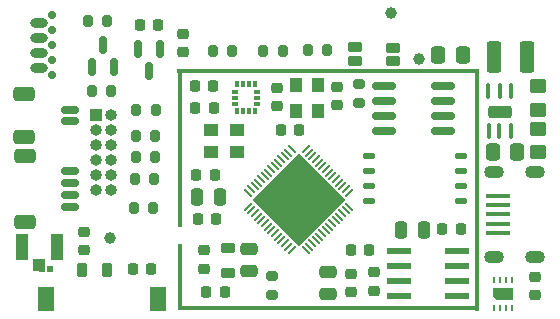
<source format=gbr>
%TF.GenerationSoftware,KiCad,Pcbnew,(6.0.9)*%
%TF.CreationDate,2022-11-24T16:49:12+01:00*%
%TF.ProjectId,LDAD ATOM PRO,4c444144-2041-4544-9f4d-2050524f2e6b,5.3*%
%TF.SameCoordinates,Original*%
%TF.FileFunction,Soldermask,Top*%
%TF.FilePolarity,Negative*%
%FSLAX46Y46*%
G04 Gerber Fmt 4.6, Leading zero omitted, Abs format (unit mm)*
G04 Created by KiCad (PCBNEW (6.0.9)) date 2022-11-24 16:49:12*
%MOMM*%
%LPD*%
G01*
G04 APERTURE LIST*
G04 Aperture macros list*
%AMRoundRect*
0 Rectangle with rounded corners*
0 $1 Rounding radius*
0 $2 $3 $4 $5 $6 $7 $8 $9 X,Y pos of 4 corners*
0 Add a 4 corners polygon primitive as box body*
4,1,4,$2,$3,$4,$5,$6,$7,$8,$9,$2,$3,0*
0 Add four circle primitives for the rounded corners*
1,1,$1+$1,$2,$3*
1,1,$1+$1,$4,$5*
1,1,$1+$1,$6,$7*
1,1,$1+$1,$8,$9*
0 Add four rect primitives between the rounded corners*
20,1,$1+$1,$2,$3,$4,$5,0*
20,1,$1+$1,$4,$5,$6,$7,0*
20,1,$1+$1,$6,$7,$8,$9,0*
20,1,$1+$1,$8,$9,$2,$3,0*%
%AMRotRect*
0 Rectangle, with rotation*
0 The origin of the aperture is its center*
0 $1 length*
0 $2 width*
0 $3 Rotation angle, in degrees counterclockwise*
0 Add horizontal line*
21,1,$1,$2,0,0,$3*%
%AMFreePoly0*
4,1,6,0.500000,-0.850000,-0.500000,-0.850000,-0.500000,0.550000,-0.200000,0.850000,0.500000,0.850000,0.500000,-0.850000,0.500000,-0.850000,$1*%
G04 Aperture macros list end*
%ADD10RoundRect,0.225000X-0.250000X0.225000X-0.250000X-0.225000X0.250000X-0.225000X0.250000X0.225000X0*%
%ADD11RoundRect,0.250000X0.475000X-0.250000X0.475000X0.250000X-0.475000X0.250000X-0.475000X-0.250000X0*%
%ADD12RoundRect,0.250000X-0.450000X0.350000X-0.450000X-0.350000X0.450000X-0.350000X0.450000X0.350000X0*%
%ADD13RoundRect,0.250000X-0.250000X-0.475000X0.250000X-0.475000X0.250000X0.475000X-0.250000X0.475000X0*%
%ADD14RoundRect,0.200000X-0.200000X-0.275000X0.200000X-0.275000X0.200000X0.275000X-0.200000X0.275000X0*%
%ADD15R,1.300000X1.000000*%
%ADD16RoundRect,0.225000X0.225000X0.250000X-0.225000X0.250000X-0.225000X-0.250000X0.225000X-0.250000X0*%
%ADD17R,1.000000X1.000000*%
%ADD18O,1.000000X1.000000*%
%ADD19RoundRect,0.050000X-0.238649X-0.309359X0.309359X0.238649X0.238649X0.309359X-0.309359X-0.238649X0*%
%ADD20RoundRect,0.050000X0.238649X-0.309359X0.309359X-0.238649X-0.238649X0.309359X-0.309359X0.238649X0*%
%ADD21RotRect,5.600000X5.600000X45.000000*%
%ADD22RoundRect,0.200000X0.275000X-0.200000X0.275000X0.200000X-0.275000X0.200000X-0.275000X-0.200000X0*%
%ADD23RoundRect,0.200000X0.200000X0.275000X-0.200000X0.275000X-0.200000X-0.275000X0.200000X-0.275000X0*%
%ADD24RoundRect,0.225000X-0.225000X-0.250000X0.225000X-0.250000X0.225000X0.250000X-0.225000X0.250000X0*%
%ADD25R,2.000000X0.400000*%
%ADD26O,1.700000X1.100000*%
%ADD27RoundRect,0.225000X0.250000X-0.225000X0.250000X0.225000X-0.250000X0.225000X-0.250000X-0.225000X0*%
%ADD28R,0.250000X0.550000*%
%ADD29FreePoly0,90.000000*%
%ADD30R,1.100000X2.250000*%
%ADD31R,1.050000X1.100000*%
%ADD32RoundRect,0.250000X0.337500X0.475000X-0.337500X0.475000X-0.337500X-0.475000X0.337500X-0.475000X0*%
%ADD33C,1.000000*%
%ADD34RoundRect,0.250000X-0.375000X-1.075000X0.375000X-1.075000X0.375000X1.075000X-0.375000X1.075000X0*%
%ADD35RoundRect,0.150000X-0.825000X-0.150000X0.825000X-0.150000X0.825000X0.150000X-0.825000X0.150000X0*%
%ADD36R,1.400000X2.100000*%
%ADD37RoundRect,0.150000X-0.150000X0.587500X-0.150000X-0.587500X0.150000X-0.587500X0.150000X0.587500X0*%
%ADD38RoundRect,0.150000X0.150000X-0.587500X0.150000X0.587500X-0.150000X0.587500X-0.150000X-0.587500X0*%
%ADD39RoundRect,0.218750X0.381250X-0.218750X0.381250X0.218750X-0.381250X0.218750X-0.381250X-0.218750X0*%
%ADD40RoundRect,0.124800X-0.475200X-0.275200X0.475200X-0.275200X0.475200X0.275200X-0.475200X0.275200X0*%
%ADD41R,25.500000X0.400000*%
%ADD42R,0.400000X20.500000*%
%ADD43RoundRect,0.100000X-0.100000X-0.550000X0.100000X-0.550000X0.100000X0.550000X-0.100000X0.550000X0*%
%ADD44RoundRect,0.262500X0.737500X0.262500X-0.737500X0.262500X-0.737500X-0.262500X0.737500X-0.262500X0*%
%ADD45RoundRect,0.100000X0.100000X0.550000X-0.100000X0.550000X-0.100000X-0.550000X0.100000X-0.550000X0*%
%ADD46RoundRect,0.150000X-0.625000X0.150000X-0.625000X-0.150000X0.625000X-0.150000X0.625000X0.150000X0*%
%ADD47RoundRect,0.250000X-0.650000X0.350000X-0.650000X-0.350000X0.650000X-0.350000X0.650000X0.350000X0*%
%ADD48RoundRect,0.066000X-0.404000X-0.154000X0.404000X-0.154000X0.404000X0.154000X-0.404000X0.154000X0*%
%ADD49RoundRect,0.218750X-0.218750X-0.381250X0.218750X-0.381250X0.218750X0.381250X-0.218750X0.381250X0*%
%ADD50R,0.400000X5.700000*%
%ADD51R,0.500000X0.500000*%
%ADD52R,25.400000X0.400000*%
%ADD53R,0.400000X13.300000*%
%ADD54RoundRect,0.041300X0.948700X0.253700X-0.948700X0.253700X-0.948700X-0.253700X0.948700X-0.253700X0*%
%ADD55R,0.350000X0.580000*%
%ADD56R,0.580000X0.350000*%
%ADD57R,1.000000X1.300000*%
%ADD58C,0.700000*%
%ADD59O,1.500000X0.800000*%
G04 APERTURE END LIST*
D10*
%TO.C,EC20*%
X132490000Y-103765000D03*
X132490000Y-105315000D03*
%TD*%
D11*
%TO.C,EC18*%
X142960000Y-107490000D03*
X142960000Y-105590000D03*
%TD*%
D10*
%TO.C,AUC1*%
X146860000Y-105625000D03*
X146860000Y-107175000D03*
%TD*%
D12*
%TO.C,AR1*%
X160690000Y-89850000D03*
X160690000Y-91850000D03*
%TD*%
D13*
%TO.C,EC25*%
X149140000Y-102010000D03*
X151040000Y-102010000D03*
%TD*%
D14*
%TO.C,LR1*%
X141215000Y-86810000D03*
X142865000Y-86810000D03*
%TD*%
D15*
%TO.C,ECY3*%
X133020000Y-95412500D03*
X135220000Y-95412500D03*
X135220000Y-93612500D03*
X133020000Y-93612500D03*
%TD*%
D16*
%TO.C,EC60*%
X133255000Y-91730000D03*
X131705000Y-91730000D03*
%TD*%
%TO.C,EC61*%
X133355000Y-97350000D03*
X131805000Y-97350000D03*
%TD*%
D17*
%TO.C,J1*%
X123305000Y-92325000D03*
D18*
X124575000Y-92325000D03*
X123305000Y-93595000D03*
X124575000Y-93595000D03*
X123305000Y-94865000D03*
X124575000Y-94865000D03*
X123305000Y-96135000D03*
X124575000Y-96135000D03*
X123305000Y-97405000D03*
X124575000Y-97405000D03*
X123305000Y-98675000D03*
X124575000Y-98675000D03*
%TD*%
D19*
%TO.C,ESP32S3*%
X136180894Y-100062202D03*
X136463737Y-100345045D03*
X136746579Y-100627887D03*
X137029422Y-100910730D03*
X137312265Y-101193573D03*
X137595107Y-101476415D03*
X137877950Y-101759258D03*
X138160793Y-102042101D03*
X138443636Y-102324944D03*
X138726478Y-102607786D03*
X139009321Y-102890629D03*
X139292164Y-103173472D03*
X139575006Y-103456314D03*
X139857849Y-103739157D03*
D20*
X141042253Y-103739157D03*
X141325096Y-103456314D03*
X141607938Y-103173472D03*
X141890781Y-102890629D03*
X142173624Y-102607786D03*
X142456466Y-102324944D03*
X142739309Y-102042101D03*
X143022152Y-101759258D03*
X143304995Y-101476415D03*
X143587837Y-101193573D03*
X143870680Y-100910730D03*
X144153523Y-100627887D03*
X144436365Y-100345045D03*
X144719208Y-100062202D03*
D19*
X144719208Y-98877798D03*
X144436365Y-98594955D03*
X144153523Y-98312113D03*
X143870680Y-98029270D03*
X143587837Y-97746427D03*
X143304995Y-97463585D03*
X143022152Y-97180742D03*
X142739309Y-96897899D03*
X142456466Y-96615056D03*
X142173624Y-96332214D03*
X141890781Y-96049371D03*
X141607938Y-95766528D03*
X141325096Y-95483686D03*
X141042253Y-95200843D03*
D20*
X139857849Y-95200843D03*
X139575006Y-95483686D03*
X139292164Y-95766528D03*
X139009321Y-96049371D03*
X138726478Y-96332214D03*
X138443636Y-96615056D03*
X138160793Y-96897899D03*
X137877950Y-97180742D03*
X137595107Y-97463585D03*
X137312265Y-97746427D03*
X137029422Y-98029270D03*
X136746579Y-98312113D03*
X136463737Y-98594955D03*
X136180894Y-98877798D03*
D21*
X140450051Y-99470000D03*
%TD*%
D22*
%TO.C,ER1*%
X138220000Y-107567500D03*
X138220000Y-105917500D03*
%TD*%
D23*
%TO.C,ER3*%
X124575000Y-90310000D03*
X122925000Y-90310000D03*
%TD*%
D24*
%TO.C,EC38*%
X126415000Y-105320000D03*
X127965000Y-105320000D03*
%TD*%
D25*
%TO.C,J2*%
X157325000Y-102330000D03*
X157325000Y-101530000D03*
X157330000Y-100725000D03*
X157320000Y-99935000D03*
X157330000Y-99155000D03*
D26*
X156990000Y-97160000D03*
X160470000Y-97140000D03*
X160470000Y-104360000D03*
X157000000Y-104350000D03*
%TD*%
D27*
%TO.C,SHC1*%
X160450000Y-107535000D03*
X160450000Y-105985000D03*
%TD*%
D22*
%TO.C,PSR1*%
X145530000Y-91312500D03*
X145530000Y-89662500D03*
%TD*%
D28*
%TO.C,SH1*%
X157010000Y-108635000D03*
X157510000Y-108635000D03*
X158010000Y-108635000D03*
X158510000Y-108635000D03*
X158510000Y-106285000D03*
X158010000Y-106285000D03*
X157510000Y-106285000D03*
X157010000Y-106285000D03*
D29*
X157760000Y-107460000D03*
%TD*%
D30*
%TO.C,J20*%
X117020000Y-103460000D03*
X119970000Y-103460000D03*
D31*
X118495000Y-105010000D03*
%TD*%
D24*
%TO.C,EC26*%
X144875000Y-103770000D03*
X146425000Y-103770000D03*
%TD*%
D32*
%TO.C,AC1*%
X154357500Y-87190000D03*
X152282500Y-87190000D03*
%TD*%
D10*
%TO.C,MCPC2*%
X130640000Y-85455000D03*
X130640000Y-87005000D03*
%TD*%
D11*
%TO.C,EC40*%
X136280000Y-105520000D03*
X136280000Y-103620000D03*
%TD*%
D33*
%TO.C,TP2*%
X150660000Y-87530000D03*
%TD*%
D27*
%TO.C,EC17*%
X144870000Y-107295000D03*
X144870000Y-105745000D03*
%TD*%
D34*
%TO.C,AL1*%
X157020000Y-87400000D03*
X159820000Y-87400000D03*
%TD*%
D35*
%TO.C,EPS1*%
X147715000Y-89825000D03*
X147715000Y-91095000D03*
X147715000Y-92365000D03*
X147715000Y-93635000D03*
X152665000Y-93635000D03*
X152665000Y-92365000D03*
X152665000Y-91095000D03*
X152665000Y-89825000D03*
%TD*%
D14*
%TO.C,ICR1*%
X133175000Y-86890000D03*
X134825000Y-86890000D03*
%TD*%
D36*
%TO.C,ANT1*%
X119040000Y-107880000D03*
X128540000Y-107880000D03*
%TD*%
D24*
%TO.C,EC16*%
X138975000Y-93570000D03*
X140525000Y-93570000D03*
%TD*%
%TO.C,IMUC1*%
X131685000Y-89870000D03*
X133235000Y-89870000D03*
%TD*%
D37*
%TO.C,U1*%
X128730000Y-86722500D03*
X126830000Y-86722500D03*
X127780000Y-88597500D03*
%TD*%
D38*
%TO.C,Q5*%
X122970000Y-88217500D03*
X124870000Y-88217500D03*
X123920000Y-86342500D03*
%TD*%
D27*
%TO.C,EC51*%
X143720000Y-91475000D03*
X143720000Y-89925000D03*
%TD*%
D24*
%TO.C,EC15*%
X131925000Y-101070000D03*
X133475000Y-101070000D03*
%TD*%
D33*
%TO.C,TP3*%
X124450000Y-102705000D03*
%TD*%
D14*
%TO.C,IDR1*%
X137455000Y-86900000D03*
X139105000Y-86900000D03*
%TD*%
%TO.C,QR1*%
X122625000Y-84360000D03*
X124275000Y-84360000D03*
%TD*%
D39*
%TO.C,L2*%
X134480000Y-105672500D03*
X134480000Y-103547500D03*
%TD*%
D32*
%TO.C,AC2*%
X158987500Y-95470000D03*
X156912500Y-95470000D03*
%TD*%
D40*
%TO.C,LED1*%
X145230000Y-87700000D03*
X148410000Y-87710000D03*
X145230000Y-86560000D03*
X148420000Y-86590000D03*
%TD*%
D16*
%TO.C,EC19*%
X134205000Y-107260000D03*
X132655000Y-107260000D03*
%TD*%
D41*
%TO.C,*%
X142930000Y-108670000D03*
%TD*%
D13*
%TO.C,EC14*%
X131880000Y-99220000D03*
X133780000Y-99220000D03*
%TD*%
D42*
%TO.C,REF\u002A\u002A*%
X155530000Y-98650000D03*
%TD*%
D43*
%TO.C,AU1*%
X158440000Y-90290000D03*
X157500000Y-90295000D03*
D44*
X157475000Y-92010000D03*
D43*
X156515000Y-90295000D03*
D45*
X156545000Y-93685000D03*
X157460000Y-93680000D03*
X158420000Y-93680000D03*
%TD*%
D46*
%TO.C,I2C2*%
X121140000Y-97050000D03*
X121140000Y-98050000D03*
X121140000Y-99050000D03*
X121140000Y-100050000D03*
D47*
X117265000Y-101350000D03*
X117265000Y-95750000D03*
%TD*%
D23*
%TO.C,EXP_R3*%
X128255000Y-97680000D03*
X126605000Y-97680000D03*
%TD*%
D27*
%TO.C,EC50*%
X138620000Y-91575000D03*
X138620000Y-90025000D03*
%TD*%
D48*
%TO.C,ESP_FLASH1*%
X146395000Y-95755000D03*
X146395000Y-97025000D03*
X146395000Y-98295000D03*
X146395000Y-99565000D03*
X154185000Y-99565000D03*
X154185000Y-98295000D03*
X154185000Y-97025000D03*
X154185000Y-95755000D03*
%TD*%
D23*
%TO.C,EXP_R4*%
X128145000Y-100180000D03*
X126495000Y-100180000D03*
%TD*%
D27*
%TO.C,EC37*%
X122320000Y-103735000D03*
X122320000Y-102185000D03*
%TD*%
D16*
%TO.C,MCPC1*%
X128595000Y-84680000D03*
X127045000Y-84680000D03*
%TD*%
D49*
%TO.C,EL4*%
X122087500Y-105430000D03*
X124212500Y-105430000D03*
%TD*%
D12*
%TO.C,AR2*%
X160750000Y-93460000D03*
X160750000Y-95460000D03*
%TD*%
D46*
%TO.C,J3*%
X121080000Y-91840000D03*
X121080000Y-92840000D03*
D47*
X117205000Y-94140000D03*
X117205000Y-90540000D03*
%TD*%
D50*
%TO.C,*%
X130430000Y-105980000D03*
%TD*%
D23*
%TO.C,EXP_R2*%
X128315000Y-95870000D03*
X126665000Y-95870000D03*
%TD*%
D51*
%TO.C,REF\u002A\u002A*%
X118765000Y-105305000D03*
X119390000Y-105310000D03*
%TD*%
D23*
%TO.C,EXP_R1*%
X128335000Y-94050000D03*
X126685000Y-94050000D03*
%TD*%
D52*
%TO.C,*%
X142890000Y-88610000D03*
%TD*%
D53*
%TO.C,REF\u002A\u002A*%
X130430000Y-95190000D03*
%TD*%
D54*
%TO.C,U2*%
X153870000Y-107585000D03*
X153870000Y-106315000D03*
X153870000Y-105045000D03*
X153870000Y-103775000D03*
X148930000Y-103775000D03*
X148930000Y-105045000D03*
X148930000Y-106315000D03*
X148930000Y-107585000D03*
%TD*%
D55*
%TO.C,IMU1*%
X136760000Y-89655000D03*
X136260000Y-89655000D03*
X135760000Y-89655000D03*
X135260000Y-89655000D03*
D56*
X135085000Y-90330000D03*
X135085000Y-90830000D03*
X135085000Y-91330000D03*
D55*
X135260000Y-92005000D03*
X135760000Y-92005000D03*
X136260000Y-92005000D03*
X136760000Y-92005000D03*
D56*
X136935000Y-91330000D03*
X136935000Y-90830000D03*
X136935000Y-90330000D03*
%TD*%
D14*
%TO.C,ER2*%
X126695000Y-91900000D03*
X128345000Y-91900000D03*
%TD*%
D16*
%TO.C,EC24*%
X154175000Y-101980000D03*
X152625000Y-101980000D03*
%TD*%
D57*
%TO.C,ECY2*%
X142060000Y-92000000D03*
X142060000Y-89800000D03*
X140260000Y-89800000D03*
X140260000Y-92000000D03*
%TD*%
D33*
%TO.C,TP1*%
X148300000Y-83700000D03*
%TD*%
D58*
%TO.C,ICSP1*%
X119615500Y-87670000D03*
X119615500Y-86400000D03*
X119615500Y-88940000D03*
X119615500Y-83860000D03*
X119615500Y-85130000D03*
D59*
X118460500Y-88305000D03*
X118460500Y-87035000D03*
X118460500Y-85765000D03*
X118460500Y-84495000D03*
%TD*%
M02*

</source>
